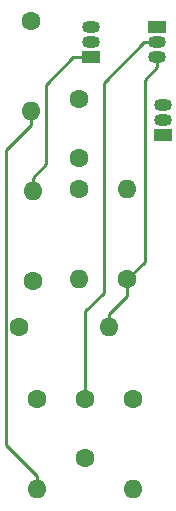
<source format=gbr>
G04 #@! TF.GenerationSoftware,KiCad,Pcbnew,(2017-12-21 revision 23d71cfa9)-makepkg*
G04 #@! TF.CreationDate,2018-08-18T11:58:49-04:00*
G04 #@! TF.ProjectId,OdysseyDaughterCardVertSyncGenerator,4F647973736579446175676874657243,0.2*
G04 #@! TF.SameCoordinates,Original*
G04 #@! TF.FileFunction,Copper,L1,Top,Signal*
G04 #@! TF.FilePolarity,Positive*
%FSLAX46Y46*%
G04 Gerber Fmt 4.6, Leading zero omitted, Abs format (unit mm)*
G04 Created by KiCad (PCBNEW (2017-12-21 revision 23d71cfa9)-makepkg) date 08/18/18 11:58:49*
%MOMM*%
%LPD*%
G01*
G04 APERTURE LIST*
%ADD10O,1.500000X1.050000*%
%ADD11R,1.500000X1.050000*%
%ADD12C,1.600000*%
%ADD13O,1.600000X1.600000*%
%ADD14C,0.250000*%
G04 APERTURE END LIST*
D10*
X148844000Y-88646000D03*
X148844000Y-87376000D03*
D11*
X148844000Y-89916000D03*
D10*
X148336000Y-82042000D03*
X148336000Y-83312000D03*
D11*
X148336000Y-80772000D03*
X142748000Y-83312000D03*
D10*
X142748000Y-80772000D03*
X142748000Y-82042000D03*
D12*
X137668000Y-80264000D03*
D13*
X137668000Y-87884000D03*
X141732000Y-102108000D03*
D12*
X141732000Y-94488000D03*
D13*
X138176000Y-119888000D03*
D12*
X138176000Y-112268000D03*
X145796000Y-102108000D03*
D13*
X145796000Y-94488000D03*
D12*
X146304000Y-112268000D03*
D13*
X146304000Y-119888000D03*
D12*
X136652000Y-106172000D03*
D13*
X144272000Y-106172000D03*
X137795000Y-94615000D03*
D12*
X137795000Y-102235000D03*
X141732000Y-86868000D03*
X141732000Y-91868000D03*
X142240000Y-117268000D03*
X142240000Y-112268000D03*
D14*
X142240000Y-104815000D02*
X142240000Y-112268000D01*
X143821600Y-103233400D02*
X142240000Y-104815000D01*
X143821600Y-85481100D02*
X143821600Y-103233400D01*
X147260700Y-82042000D02*
X143821600Y-85481100D01*
X148336000Y-82042000D02*
X147260700Y-82042000D01*
X135519500Y-116106200D02*
X138176000Y-118762700D01*
X135519500Y-91157800D02*
X135519500Y-116106200D01*
X137668000Y-89009300D02*
X135519500Y-91157800D01*
X137668000Y-87884000D02*
X137668000Y-89009300D01*
X138176000Y-119888000D02*
X138176000Y-118762700D01*
X144272000Y-106172000D02*
X144272000Y-105046700D01*
X145796000Y-103522700D02*
X145796000Y-102108000D01*
X144272000Y-105046700D02*
X145796000Y-103522700D01*
X148336000Y-83312000D02*
X148336000Y-84162300D01*
X147308200Y-100595800D02*
X145796000Y-102108000D01*
X147308200Y-85190100D02*
X147308200Y-100595800D01*
X148336000Y-84162300D02*
X147308200Y-85190100D01*
X137795000Y-93489700D02*
X138920300Y-92364400D01*
X137795000Y-94615000D02*
X137795000Y-93489700D01*
X138920300Y-92364400D02*
X138920300Y-85615700D01*
X138920300Y-85615700D02*
X141224000Y-83312000D01*
X141224000Y-83312000D02*
X142748000Y-83312000D01*
M02*

</source>
